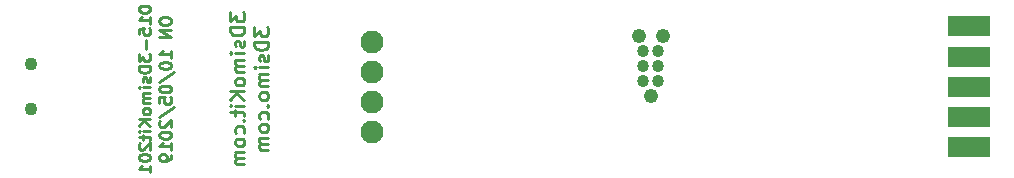
<source format=gbr>
G04 #@! TF.GenerationSoftware,KiCad,Pcbnew,(5.0.0)*
G04 #@! TF.CreationDate,2019-05-10T09:44:01+02:00*
G04 #@! TF.ProjectId,3dsimo_kit,336473696D6F5F6B69742E6B69636164,200A*
G04 #@! TF.SameCoordinates,Original*
G04 #@! TF.FileFunction,Soldermask,Bot*
G04 #@! TF.FilePolarity,Negative*
%FSLAX46Y46*%
G04 Gerber Fmt 4.6, Leading zero omitted, Abs format (unit mm)*
G04 Created by KiCad (PCBNEW (5.0.0)) date 05/10/19 09:44:01*
%MOMM*%
%LPD*%
G01*
G04 APERTURE LIST*
%ADD10C,0.250000*%
%ADD11R,3.540000X1.740000*%
%ADD12C,1.027400*%
%ADD13C,1.230600*%
%ADD14C,1.090000*%
%ADD15C,1.940000*%
G04 APERTURE END LIST*
D10*
X78427380Y-56040476D02*
X78427380Y-56135714D01*
X78475000Y-56230952D01*
X78522619Y-56278571D01*
X78617857Y-56326190D01*
X78808333Y-56373809D01*
X79046428Y-56373809D01*
X79236904Y-56326190D01*
X79332142Y-56278571D01*
X79379761Y-56230952D01*
X79427380Y-56135714D01*
X79427380Y-56040476D01*
X79379761Y-55945238D01*
X79332142Y-55897619D01*
X79236904Y-55850000D01*
X79046428Y-55802380D01*
X78808333Y-55802380D01*
X78617857Y-55850000D01*
X78522619Y-55897619D01*
X78475000Y-55945238D01*
X78427380Y-56040476D01*
X79427380Y-57326190D02*
X79427380Y-56754761D01*
X79427380Y-57040476D02*
X78427380Y-57040476D01*
X78570238Y-56945238D01*
X78665476Y-56850000D01*
X78713095Y-56754761D01*
X78427380Y-58230952D02*
X78427380Y-57754761D01*
X78903571Y-57707142D01*
X78855952Y-57754761D01*
X78808333Y-57850000D01*
X78808333Y-58088095D01*
X78855952Y-58183333D01*
X78903571Y-58230952D01*
X78998809Y-58278571D01*
X79236904Y-58278571D01*
X79332142Y-58230952D01*
X79379761Y-58183333D01*
X79427380Y-58088095D01*
X79427380Y-57850000D01*
X79379761Y-57754761D01*
X79332142Y-57707142D01*
X79046428Y-58707142D02*
X79046428Y-59469047D01*
X78427380Y-59850000D02*
X78427380Y-60469047D01*
X78808333Y-60135714D01*
X78808333Y-60278571D01*
X78855952Y-60373809D01*
X78903571Y-60421428D01*
X78998809Y-60469047D01*
X79236904Y-60469047D01*
X79332142Y-60421428D01*
X79379761Y-60373809D01*
X79427380Y-60278571D01*
X79427380Y-59992857D01*
X79379761Y-59897619D01*
X79332142Y-59850000D01*
X79427380Y-60897619D02*
X78427380Y-60897619D01*
X78427380Y-61135714D01*
X78475000Y-61278571D01*
X78570238Y-61373809D01*
X78665476Y-61421428D01*
X78855952Y-61469047D01*
X78998809Y-61469047D01*
X79189285Y-61421428D01*
X79284523Y-61373809D01*
X79379761Y-61278571D01*
X79427380Y-61135714D01*
X79427380Y-60897619D01*
X79379761Y-61850000D02*
X79427380Y-61945238D01*
X79427380Y-62135714D01*
X79379761Y-62230952D01*
X79284523Y-62278571D01*
X79236904Y-62278571D01*
X79141666Y-62230952D01*
X79094047Y-62135714D01*
X79094047Y-61992857D01*
X79046428Y-61897619D01*
X78951190Y-61850000D01*
X78903571Y-61850000D01*
X78808333Y-61897619D01*
X78760714Y-61992857D01*
X78760714Y-62135714D01*
X78808333Y-62230952D01*
X79427380Y-62707142D02*
X78760714Y-62707142D01*
X78427380Y-62707142D02*
X78475000Y-62659523D01*
X78522619Y-62707142D01*
X78475000Y-62754761D01*
X78427380Y-62707142D01*
X78522619Y-62707142D01*
X79427380Y-63183333D02*
X78760714Y-63183333D01*
X78855952Y-63183333D02*
X78808333Y-63230952D01*
X78760714Y-63326190D01*
X78760714Y-63469047D01*
X78808333Y-63564285D01*
X78903571Y-63611904D01*
X79427380Y-63611904D01*
X78903571Y-63611904D02*
X78808333Y-63659523D01*
X78760714Y-63754761D01*
X78760714Y-63897619D01*
X78808333Y-63992857D01*
X78903571Y-64040476D01*
X79427380Y-64040476D01*
X79427380Y-64659523D02*
X79379761Y-64564285D01*
X79332142Y-64516666D01*
X79236904Y-64469047D01*
X78951190Y-64469047D01*
X78855952Y-64516666D01*
X78808333Y-64564285D01*
X78760714Y-64659523D01*
X78760714Y-64802380D01*
X78808333Y-64897619D01*
X78855952Y-64945238D01*
X78951190Y-64992857D01*
X79236904Y-64992857D01*
X79332142Y-64945238D01*
X79379761Y-64897619D01*
X79427380Y-64802380D01*
X79427380Y-64659523D01*
X79427380Y-65421428D02*
X78427380Y-65421428D01*
X79427380Y-65992857D02*
X78855952Y-65564285D01*
X78427380Y-65992857D02*
X78998809Y-65421428D01*
X79427380Y-66421428D02*
X78760714Y-66421428D01*
X78427380Y-66421428D02*
X78475000Y-66373809D01*
X78522619Y-66421428D01*
X78475000Y-66469047D01*
X78427380Y-66421428D01*
X78522619Y-66421428D01*
X78760714Y-66754761D02*
X78760714Y-67135714D01*
X78427380Y-66897619D02*
X79284523Y-66897619D01*
X79379761Y-66945238D01*
X79427380Y-67040476D01*
X79427380Y-67135714D01*
X78522619Y-67421428D02*
X78475000Y-67469047D01*
X78427380Y-67564285D01*
X78427380Y-67802380D01*
X78475000Y-67897619D01*
X78522619Y-67945238D01*
X78617857Y-67992857D01*
X78713095Y-67992857D01*
X78855952Y-67945238D01*
X79427380Y-67373809D01*
X79427380Y-67992857D01*
X78427380Y-68611904D02*
X78427380Y-68707142D01*
X78475000Y-68802380D01*
X78522619Y-68850000D01*
X78617857Y-68897619D01*
X78808333Y-68945238D01*
X79046428Y-68945238D01*
X79236904Y-68897619D01*
X79332142Y-68850000D01*
X79379761Y-68802380D01*
X79427380Y-68707142D01*
X79427380Y-68611904D01*
X79379761Y-68516666D01*
X79332142Y-68469047D01*
X79236904Y-68421428D01*
X79046428Y-68373809D01*
X78808333Y-68373809D01*
X78617857Y-68421428D01*
X78522619Y-68469047D01*
X78475000Y-68516666D01*
X78427380Y-68611904D01*
X79427380Y-69897619D02*
X79427380Y-69326190D01*
X79427380Y-69611904D02*
X78427380Y-69611904D01*
X78570238Y-69516666D01*
X78665476Y-69421428D01*
X78713095Y-69326190D01*
X80177380Y-56992857D02*
X80177380Y-57183333D01*
X80225000Y-57278571D01*
X80320238Y-57373809D01*
X80510714Y-57421428D01*
X80844047Y-57421428D01*
X81034523Y-57373809D01*
X81129761Y-57278571D01*
X81177380Y-57183333D01*
X81177380Y-56992857D01*
X81129761Y-56897619D01*
X81034523Y-56802380D01*
X80844047Y-56754761D01*
X80510714Y-56754761D01*
X80320238Y-56802380D01*
X80225000Y-56897619D01*
X80177380Y-56992857D01*
X81177380Y-57850000D02*
X80177380Y-57850000D01*
X81177380Y-58421428D01*
X80177380Y-58421428D01*
X81177380Y-60183333D02*
X81177380Y-59611904D01*
X81177380Y-59897619D02*
X80177380Y-59897619D01*
X80320238Y-59802380D01*
X80415476Y-59707142D01*
X80463095Y-59611904D01*
X80177380Y-60802380D02*
X80177380Y-60897619D01*
X80225000Y-60992857D01*
X80272619Y-61040476D01*
X80367857Y-61088095D01*
X80558333Y-61135714D01*
X80796428Y-61135714D01*
X80986904Y-61088095D01*
X81082142Y-61040476D01*
X81129761Y-60992857D01*
X81177380Y-60897619D01*
X81177380Y-60802380D01*
X81129761Y-60707142D01*
X81082142Y-60659523D01*
X80986904Y-60611904D01*
X80796428Y-60564285D01*
X80558333Y-60564285D01*
X80367857Y-60611904D01*
X80272619Y-60659523D01*
X80225000Y-60707142D01*
X80177380Y-60802380D01*
X80129761Y-62278571D02*
X81415476Y-61421428D01*
X80177380Y-62802380D02*
X80177380Y-62897619D01*
X80225000Y-62992857D01*
X80272619Y-63040476D01*
X80367857Y-63088095D01*
X80558333Y-63135714D01*
X80796428Y-63135714D01*
X80986904Y-63088095D01*
X81082142Y-63040476D01*
X81129761Y-62992857D01*
X81177380Y-62897619D01*
X81177380Y-62802380D01*
X81129761Y-62707142D01*
X81082142Y-62659523D01*
X80986904Y-62611904D01*
X80796428Y-62564285D01*
X80558333Y-62564285D01*
X80367857Y-62611904D01*
X80272619Y-62659523D01*
X80225000Y-62707142D01*
X80177380Y-62802380D01*
X80177380Y-64040476D02*
X80177380Y-63564285D01*
X80653571Y-63516666D01*
X80605952Y-63564285D01*
X80558333Y-63659523D01*
X80558333Y-63897619D01*
X80605952Y-63992857D01*
X80653571Y-64040476D01*
X80748809Y-64088095D01*
X80986904Y-64088095D01*
X81082142Y-64040476D01*
X81129761Y-63992857D01*
X81177380Y-63897619D01*
X81177380Y-63659523D01*
X81129761Y-63564285D01*
X81082142Y-63516666D01*
X80129761Y-65230952D02*
X81415476Y-64373809D01*
X80272619Y-65516666D02*
X80225000Y-65564285D01*
X80177380Y-65659523D01*
X80177380Y-65897619D01*
X80225000Y-65992857D01*
X80272619Y-66040476D01*
X80367857Y-66088095D01*
X80463095Y-66088095D01*
X80605952Y-66040476D01*
X81177380Y-65469047D01*
X81177380Y-66088095D01*
X80177380Y-66707142D02*
X80177380Y-66802380D01*
X80225000Y-66897619D01*
X80272619Y-66945238D01*
X80367857Y-66992857D01*
X80558333Y-67040476D01*
X80796428Y-67040476D01*
X80986904Y-66992857D01*
X81082142Y-66945238D01*
X81129761Y-66897619D01*
X81177380Y-66802380D01*
X81177380Y-66707142D01*
X81129761Y-66611904D01*
X81082142Y-66564285D01*
X80986904Y-66516666D01*
X80796428Y-66469047D01*
X80558333Y-66469047D01*
X80367857Y-66516666D01*
X80272619Y-66564285D01*
X80225000Y-66611904D01*
X80177380Y-66707142D01*
X81177380Y-67992857D02*
X81177380Y-67421428D01*
X81177380Y-67707142D02*
X80177380Y-67707142D01*
X80320238Y-67611904D01*
X80415476Y-67516666D01*
X80463095Y-67421428D01*
X81177380Y-68469047D02*
X81177380Y-68659523D01*
X81129761Y-68754761D01*
X81082142Y-68802380D01*
X80939285Y-68897619D01*
X80748809Y-68945238D01*
X80367857Y-68945238D01*
X80272619Y-68897619D01*
X80225000Y-68850000D01*
X80177380Y-68754761D01*
X80177380Y-68564285D01*
X80225000Y-68469047D01*
X80272619Y-68421428D01*
X80367857Y-68373809D01*
X80605952Y-68373809D01*
X80701190Y-68421428D01*
X80748809Y-68469047D01*
X80796428Y-68564285D01*
X80796428Y-68754761D01*
X80748809Y-68850000D01*
X80701190Y-68897619D01*
X80605952Y-68945238D01*
X86167857Y-56364285D02*
X86167857Y-57107142D01*
X86625000Y-56707142D01*
X86625000Y-56878571D01*
X86682142Y-56992857D01*
X86739285Y-57050000D01*
X86853571Y-57107142D01*
X87139285Y-57107142D01*
X87253571Y-57050000D01*
X87310714Y-56992857D01*
X87367857Y-56878571D01*
X87367857Y-56535714D01*
X87310714Y-56421428D01*
X87253571Y-56364285D01*
X87367857Y-57621428D02*
X86167857Y-57621428D01*
X86167857Y-57907142D01*
X86225000Y-58078571D01*
X86339285Y-58192857D01*
X86453571Y-58250000D01*
X86682142Y-58307142D01*
X86853571Y-58307142D01*
X87082142Y-58250000D01*
X87196428Y-58192857D01*
X87310714Y-58078571D01*
X87367857Y-57907142D01*
X87367857Y-57621428D01*
X87310714Y-58764285D02*
X87367857Y-58878571D01*
X87367857Y-59107142D01*
X87310714Y-59221428D01*
X87196428Y-59278571D01*
X87139285Y-59278571D01*
X87025000Y-59221428D01*
X86967857Y-59107142D01*
X86967857Y-58935714D01*
X86910714Y-58821428D01*
X86796428Y-58764285D01*
X86739285Y-58764285D01*
X86625000Y-58821428D01*
X86567857Y-58935714D01*
X86567857Y-59107142D01*
X86625000Y-59221428D01*
X87367857Y-59792857D02*
X86567857Y-59792857D01*
X86167857Y-59792857D02*
X86225000Y-59735714D01*
X86282142Y-59792857D01*
X86225000Y-59850000D01*
X86167857Y-59792857D01*
X86282142Y-59792857D01*
X87367857Y-60364285D02*
X86567857Y-60364285D01*
X86682142Y-60364285D02*
X86625000Y-60421428D01*
X86567857Y-60535714D01*
X86567857Y-60707142D01*
X86625000Y-60821428D01*
X86739285Y-60878571D01*
X87367857Y-60878571D01*
X86739285Y-60878571D02*
X86625000Y-60935714D01*
X86567857Y-61050000D01*
X86567857Y-61221428D01*
X86625000Y-61335714D01*
X86739285Y-61392857D01*
X87367857Y-61392857D01*
X87367857Y-62135714D02*
X87310714Y-62021428D01*
X87253571Y-61964285D01*
X87139285Y-61907142D01*
X86796428Y-61907142D01*
X86682142Y-61964285D01*
X86625000Y-62021428D01*
X86567857Y-62135714D01*
X86567857Y-62307142D01*
X86625000Y-62421428D01*
X86682142Y-62478571D01*
X86796428Y-62535714D01*
X87139285Y-62535714D01*
X87253571Y-62478571D01*
X87310714Y-62421428D01*
X87367857Y-62307142D01*
X87367857Y-62135714D01*
X87367857Y-63050000D02*
X86167857Y-63050000D01*
X87367857Y-63735714D02*
X86682142Y-63221428D01*
X86167857Y-63735714D02*
X86853571Y-63050000D01*
X87367857Y-64250000D02*
X86567857Y-64250000D01*
X86167857Y-64250000D02*
X86225000Y-64192857D01*
X86282142Y-64250000D01*
X86225000Y-64307142D01*
X86167857Y-64250000D01*
X86282142Y-64250000D01*
X86567857Y-64650000D02*
X86567857Y-65107142D01*
X86167857Y-64821428D02*
X87196428Y-64821428D01*
X87310714Y-64878571D01*
X87367857Y-64992857D01*
X87367857Y-65107142D01*
X87253571Y-65507142D02*
X87310714Y-65564285D01*
X87367857Y-65507142D01*
X87310714Y-65450000D01*
X87253571Y-65507142D01*
X87367857Y-65507142D01*
X87310714Y-66592857D02*
X87367857Y-66478571D01*
X87367857Y-66250000D01*
X87310714Y-66135714D01*
X87253571Y-66078571D01*
X87139285Y-66021428D01*
X86796428Y-66021428D01*
X86682142Y-66078571D01*
X86625000Y-66135714D01*
X86567857Y-66250000D01*
X86567857Y-66478571D01*
X86625000Y-66592857D01*
X87367857Y-67278571D02*
X87310714Y-67164285D01*
X87253571Y-67107142D01*
X87139285Y-67050000D01*
X86796428Y-67050000D01*
X86682142Y-67107142D01*
X86625000Y-67164285D01*
X86567857Y-67278571D01*
X86567857Y-67450000D01*
X86625000Y-67564285D01*
X86682142Y-67621428D01*
X86796428Y-67678571D01*
X87139285Y-67678571D01*
X87253571Y-67621428D01*
X87310714Y-67564285D01*
X87367857Y-67450000D01*
X87367857Y-67278571D01*
X87367857Y-68192857D02*
X86567857Y-68192857D01*
X86682142Y-68192857D02*
X86625000Y-68250000D01*
X86567857Y-68364285D01*
X86567857Y-68535714D01*
X86625000Y-68650000D01*
X86739285Y-68707142D01*
X87367857Y-68707142D01*
X86739285Y-68707142D02*
X86625000Y-68764285D01*
X86567857Y-68878571D01*
X86567857Y-69050000D01*
X86625000Y-69164285D01*
X86739285Y-69221428D01*
X87367857Y-69221428D01*
X88217857Y-57592857D02*
X88217857Y-58335714D01*
X88675000Y-57935714D01*
X88675000Y-58107142D01*
X88732142Y-58221428D01*
X88789285Y-58278571D01*
X88903571Y-58335714D01*
X89189285Y-58335714D01*
X89303571Y-58278571D01*
X89360714Y-58221428D01*
X89417857Y-58107142D01*
X89417857Y-57764285D01*
X89360714Y-57650000D01*
X89303571Y-57592857D01*
X89417857Y-58850000D02*
X88217857Y-58850000D01*
X88217857Y-59135714D01*
X88275000Y-59307142D01*
X88389285Y-59421428D01*
X88503571Y-59478571D01*
X88732142Y-59535714D01*
X88903571Y-59535714D01*
X89132142Y-59478571D01*
X89246428Y-59421428D01*
X89360714Y-59307142D01*
X89417857Y-59135714D01*
X89417857Y-58850000D01*
X89360714Y-59992857D02*
X89417857Y-60107142D01*
X89417857Y-60335714D01*
X89360714Y-60450000D01*
X89246428Y-60507142D01*
X89189285Y-60507142D01*
X89075000Y-60450000D01*
X89017857Y-60335714D01*
X89017857Y-60164285D01*
X88960714Y-60050000D01*
X88846428Y-59992857D01*
X88789285Y-59992857D01*
X88675000Y-60050000D01*
X88617857Y-60164285D01*
X88617857Y-60335714D01*
X88675000Y-60450000D01*
X89417857Y-61021428D02*
X88617857Y-61021428D01*
X88217857Y-61021428D02*
X88275000Y-60964285D01*
X88332142Y-61021428D01*
X88275000Y-61078571D01*
X88217857Y-61021428D01*
X88332142Y-61021428D01*
X89417857Y-61592857D02*
X88617857Y-61592857D01*
X88732142Y-61592857D02*
X88675000Y-61650000D01*
X88617857Y-61764285D01*
X88617857Y-61935714D01*
X88675000Y-62050000D01*
X88789285Y-62107142D01*
X89417857Y-62107142D01*
X88789285Y-62107142D02*
X88675000Y-62164285D01*
X88617857Y-62278571D01*
X88617857Y-62450000D01*
X88675000Y-62564285D01*
X88789285Y-62621428D01*
X89417857Y-62621428D01*
X89417857Y-63364285D02*
X89360714Y-63250000D01*
X89303571Y-63192857D01*
X89189285Y-63135714D01*
X88846428Y-63135714D01*
X88732142Y-63192857D01*
X88675000Y-63250000D01*
X88617857Y-63364285D01*
X88617857Y-63535714D01*
X88675000Y-63650000D01*
X88732142Y-63707142D01*
X88846428Y-63764285D01*
X89189285Y-63764285D01*
X89303571Y-63707142D01*
X89360714Y-63650000D01*
X89417857Y-63535714D01*
X89417857Y-63364285D01*
X89303571Y-64278571D02*
X89360714Y-64335714D01*
X89417857Y-64278571D01*
X89360714Y-64221428D01*
X89303571Y-64278571D01*
X89417857Y-64278571D01*
X89360714Y-65364285D02*
X89417857Y-65250000D01*
X89417857Y-65021428D01*
X89360714Y-64907142D01*
X89303571Y-64850000D01*
X89189285Y-64792857D01*
X88846428Y-64792857D01*
X88732142Y-64850000D01*
X88675000Y-64907142D01*
X88617857Y-65021428D01*
X88617857Y-65250000D01*
X88675000Y-65364285D01*
X89417857Y-66050000D02*
X89360714Y-65935714D01*
X89303571Y-65878571D01*
X89189285Y-65821428D01*
X88846428Y-65821428D01*
X88732142Y-65878571D01*
X88675000Y-65935714D01*
X88617857Y-66050000D01*
X88617857Y-66221428D01*
X88675000Y-66335714D01*
X88732142Y-66392857D01*
X88846428Y-66450000D01*
X89189285Y-66450000D01*
X89303571Y-66392857D01*
X89360714Y-66335714D01*
X89417857Y-66221428D01*
X89417857Y-66050000D01*
X89417857Y-66964285D02*
X88617857Y-66964285D01*
X88732142Y-66964285D02*
X88675000Y-67021428D01*
X88617857Y-67135714D01*
X88617857Y-67307142D01*
X88675000Y-67421428D01*
X88789285Y-67478571D01*
X89417857Y-67478571D01*
X88789285Y-67478571D02*
X88675000Y-67535714D01*
X88617857Y-67650000D01*
X88617857Y-67821428D01*
X88675000Y-67935714D01*
X88789285Y-67992857D01*
X89417857Y-67992857D01*
D11*
G04 #@! TO.C,J1*
X148700000Y-57550000D03*
X148700000Y-60100000D03*
X148700000Y-62650000D03*
X148700000Y-65200000D03*
X148700000Y-67750000D03*
G04 #@! TD*
D12*
G04 #@! TO.C,P2*
X122435000Y-59630000D03*
X121165000Y-59630000D03*
X122435000Y-60900000D03*
X121165000Y-60900000D03*
X122435000Y-62170000D03*
X121165000Y-62170000D03*
D13*
X121800000Y-63440000D03*
X120784000Y-58360000D03*
X122816000Y-58360000D03*
G04 #@! TD*
D14*
G04 #@! TO.C,J2*
X69275000Y-64550000D03*
X69275000Y-60750000D03*
G04 #@! TD*
D15*
G04 #@! TO.C,U2*
X98200000Y-66470000D03*
X98200000Y-63920000D03*
X98200000Y-61380000D03*
X98200000Y-58840000D03*
G04 #@! TD*
M02*

</source>
